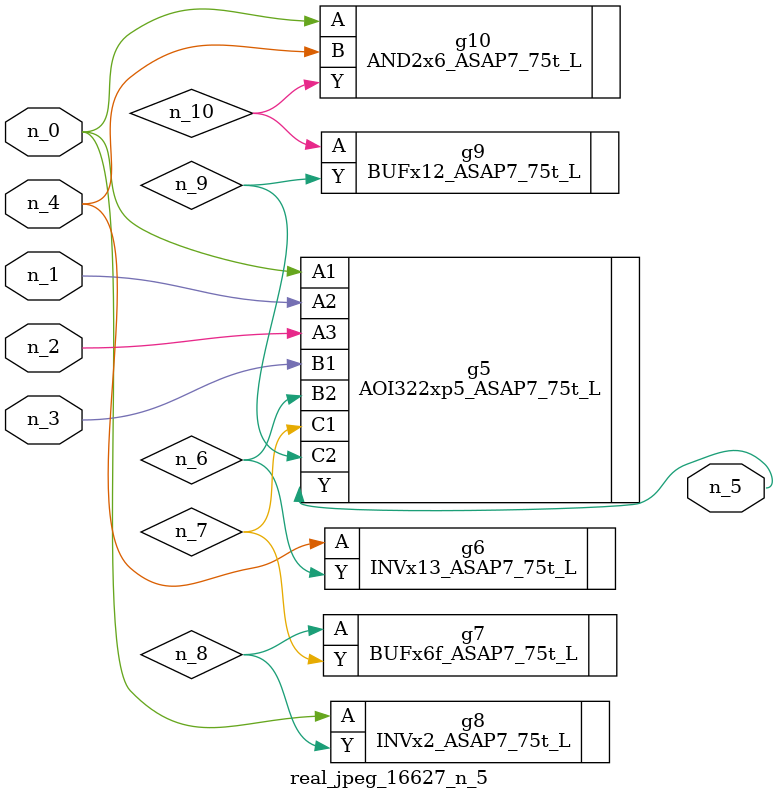
<source format=v>
module real_jpeg_16627_n_5 (n_4, n_0, n_1, n_2, n_3, n_5);

input n_4;
input n_0;
input n_1;
input n_2;
input n_3;

output n_5;

wire n_8;
wire n_6;
wire n_7;
wire n_10;
wire n_9;

AOI322xp5_ASAP7_75t_L g5 ( 
.A1(n_0),
.A2(n_1),
.A3(n_2),
.B1(n_3),
.B2(n_6),
.C1(n_7),
.C2(n_9),
.Y(n_5)
);

INVx2_ASAP7_75t_L g8 ( 
.A(n_0),
.Y(n_8)
);

AND2x6_ASAP7_75t_L g10 ( 
.A(n_0),
.B(n_4),
.Y(n_10)
);

INVx13_ASAP7_75t_L g6 ( 
.A(n_4),
.Y(n_6)
);

BUFx6f_ASAP7_75t_L g7 ( 
.A(n_8),
.Y(n_7)
);

BUFx12_ASAP7_75t_L g9 ( 
.A(n_10),
.Y(n_9)
);


endmodule
</source>
